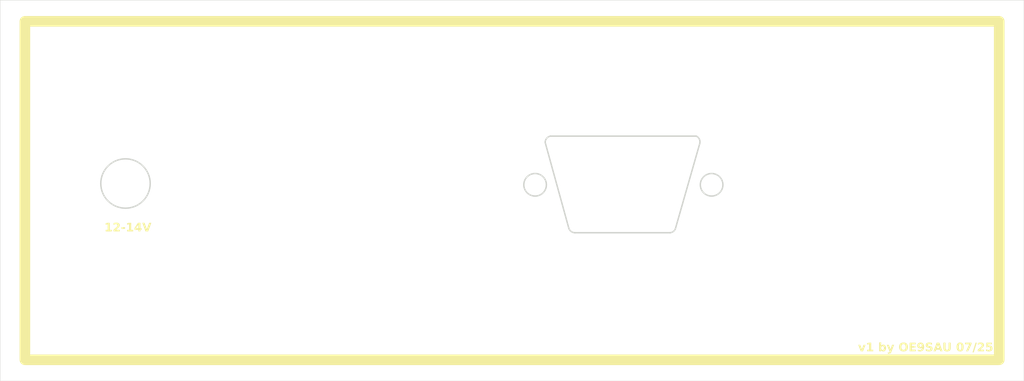
<source format=kicad_pcb>
(kicad_pcb
	(version 20240108)
	(generator "pcbnew")
	(generator_version "8.0")
	(general
		(thickness 1.6)
		(legacy_teardrops no)
	)
	(paper "A4")
	(layers
		(0 "F.Cu" signal)
		(31 "B.Cu" signal)
		(32 "B.Adhes" user "B.Adhesive")
		(33 "F.Adhes" user "F.Adhesive")
		(34 "B.Paste" user)
		(35 "F.Paste" user)
		(36 "B.SilkS" user "B.Silkscreen")
		(37 "F.SilkS" user "F.Silkscreen")
		(38 "B.Mask" user)
		(39 "F.Mask" user)
		(40 "Dwgs.User" user "User.Drawings")
		(41 "Cmts.User" user "User.Comments")
		(42 "Eco1.User" user "User.Eco1")
		(43 "Eco2.User" user "User.Eco2")
		(44 "Edge.Cuts" user)
		(45 "Margin" user)
		(46 "B.CrtYd" user "B.Courtyard")
		(47 "F.CrtYd" user "F.Courtyard")
		(48 "B.Fab" user)
		(49 "F.Fab" user)
		(50 "User.1" user)
		(51 "User.2" user)
		(52 "User.3" user)
		(53 "User.4" user)
		(54 "User.5" user)
		(55 "User.6" user)
		(56 "User.7" user)
		(57 "User.8" user)
		(58 "User.9" user)
	)
	(setup
		(pad_to_mask_clearance 0)
		(allow_soldermask_bridges_in_footprints no)
		(pcbplotparams
			(layerselection 0x00010fc_ffffffff)
			(plot_on_all_layers_selection 0x0000000_00000000)
			(disableapertmacros no)
			(usegerberextensions no)
			(usegerberattributes yes)
			(usegerberadvancedattributes yes)
			(creategerberjobfile yes)
			(dashed_line_dash_ratio 12.000000)
			(dashed_line_gap_ratio 3.000000)
			(svgprecision 4)
			(plotframeref no)
			(viasonmask no)
			(mode 1)
			(useauxorigin no)
			(hpglpennumber 1)
			(hpglpenspeed 20)
			(hpglpendiameter 15.000000)
			(pdf_front_fp_property_popups yes)
			(pdf_back_fp_property_popups yes)
			(dxfpolygonmode yes)
			(dxfimperialunits yes)
			(dxfusepcbnewfont yes)
			(psnegative no)
			(psa4output no)
			(plotreference yes)
			(plotvalue yes)
			(plotfptext yes)
			(plotinvisibletext no)
			(sketchpadsonfab no)
			(subtractmaskfromsilk no)
			(outputformat 1)
			(mirror no)
			(drillshape 0)
			(scaleselection 1)
			(outputdirectory "gerber/")
		)
	)
	(net 0 "")
	(gr_rect
		(start 78 67)
		(end 216 115)
		(stroke
			(width 1.5)
			(type default)
		)
		(fill none)
		(layer "F.SilkS")
		(uuid "12938533-49b3-4a20-b53f-d928450a1ee2")
	)
	(gr_line
		(start 155.915077 96.981428)
		(end 169.399997 96.981428)
		(stroke
			(width 0.2)
			(type default)
		)
		(layer "Edge.Cuts")
		(uuid "03727cbe-804c-4f4c-bc8f-dfdfb987f5f4")
	)
	(gr_circle
		(center 150.265077 90.181428)
		(end 151.865077 90.181428)
		(stroke
			(width 0.2)
			(type default)
		)
		(fill none)
		(layer "Edge.Cuts")
		(uuid "1b35b6be-6be5-457e-b9ef-1f6a50591c15")
	)
	(gr_circle
		(center 92.25 90)
		(end 95.75 90)
		(stroke
			(width 0.2)
			(type default)
		)
		(fill none)
		(layer "Edge.Cuts")
		(uuid "1d5f52a0-4932-477d-bc79-dc8d67fb0bbf")
	)
	(gr_line
		(start 155.015317 96.260347)
		(end 151.693121 84.181428)
		(stroke
			(width 0.2)
			(type default)
		)
		(layer "Edge.Cuts")
		(uuid "3c206b68-c7c7-4317-9417-ae49f2a398aa")
	)
	(gr_arc
		(start 155.915077 96.981428)
		(mid 155.338184 96.778637)
		(end 155.015317 96.260347)
		(stroke
			(width 0.2)
			(type default)
		)
		(layer "Edge.Cuts")
		(uuid "4bf677c4-1ef0-4a0f-859e-e13ba2428084")
	)
	(gr_arc
		(start 170.129995 96.429375)
		(mid 169.818285 96.820094)
		(end 169.399997 96.981428)
		(stroke
			(width 0.2)
			(type default)
		)
		(layer "Edge.Cuts")
		(uuid "636c505a-4d5b-4a75-ae92-76319c4eb907")
	)
	(gr_line
		(start 152.414866 83.281428)
		(end 173.1 83.281428)
		(stroke
			(width 0.2)
			(type default)
		)
		(layer "Edge.Cuts")
		(uuid "66059d10-3ae4-40ea-b49e-b09e713f7fee")
	)
	(gr_rect
		(start 74.5 64)
		(end 219.5 118)
		(stroke
			(width 0.05)
			(type default)
		)
		(fill none)
		(layer "Edge.Cuts")
		(uuid "94383205-a6ed-446a-88cf-432a8640379d")
	)
	(gr_circle
		(center 175.265077 90.181428)
		(end 176.865077 90.181428)
		(stroke
			(width 0.2)
			(type default)
		)
		(fill none)
		(layer "Edge.Cuts")
		(uuid "b2eb7015-c41e-4671-834a-28a3f58a2da0")
	)
	(gr_line
		(start 170.129995 96.429375)
		(end 173.568057 84.389479)
		(stroke
			(width 0.2)
			(type default)
		)
		(layer "Edge.Cuts")
		(uuid "be4d9b31-d6c6-428a-953e-c9e7de29bdd6")
	)
	(gr_arc
		(start 173.1 83.281428)
		(mid 173.542014 83.747617)
		(end 173.568162 84.389509)
		(stroke
			(width 0.2)
			(type default)
		)
		(layer "Edge.Cuts")
		(uuid "e4ee52be-d892-4b99-b25a-cba3af7fad7f")
	)
	(gr_arc
		(start 151.693121 84.181428)
		(mid 151.895913 83.604537)
		(end 152.414866 83.281428)
		(stroke
			(width 0.2)
			(type default)
		)
		(layer "Edge.Cuts")
		(uuid "ea49b759-6fb8-4f7a-a44c-b0c8ec32efc8")
	)
	(gr_text "v1 by OE9SAU 07/25"
		(at 196 114 0)
		(layer "F.SilkS")
		(uuid "58883702-a2ca-4501-95e8-9f72f191f4cc")
		(effects
			(font
				(face "Arial Black")
				(size 1.2 1.2)
				(thickness 0.2)
				(bold yes)
			)
			(justify left bottom)
		)
		(render_cache "v1 by OE9SAU 07/25" 0
			(polygon
				(pts
					(xy 196.001758 112.914381) (xy 196.351123 112.914381) (xy 196.521116 113.473013) (xy 196.696678 112.914381)
					(xy 197.035491 112.914381) (xy 196.663558 113.796) (xy 196.366071 113.796)
				)
			)
			(polygon
				(pts
					(xy 197.855854 112.576739) (xy 197.855854 113.796) (xy 197.516161 113.796) (xy 197.516161 112.997618)
					(xy 197.465202 113.035177) (xy 197.415274 113.067983) (xy 197.361543 113.098583) (xy 197.35672 113.10108)
					(xy 197.299119 113.127901) (xy 197.23876 113.151623) (xy 197.177928 113.172435) (xy 197.163572 113.17699)
					(xy 197.163572 112.895623) (xy 197.22517 112.874517) (xy 197.281368 112.851865) (xy 197.340108 112.823485)
					(xy 197.391499 112.793001) (xy 197.429699 112.765197) (xy 197.474469 112.724732) (xy 197.51411 112.679834)
					(xy 197.548621 112.630503) (xy 197.578004 112.576739)
				)
			)
			(polygon
				(pts
					(xy 199.147801 112.990291) (xy 199.194292 112.953346) (xy 199.246056 112.9256) (xy 199.261814 112.919363)
					(xy 199.320358 112.903134) (xy 199.379442 112.896202) (xy 199.403377 112.895623) (xy 199.470624 112.901148)
					(xy 199.532598 112.917726) (xy 199.589299 112.945355) (xy 199.640726 112.984036) (xy 199.667745 113.011101)
					(xy 199.703305 113.05795) (xy 199.731507 113.111887) (xy 199.752352 113.172915) (xy 199.76584 113.241031)
					(xy 199.771459 113.30321) (xy 199.772379 113.34288) (xy 199.770093 113.404213) (xy 199.761882 113.470323)
					(xy 199.747699 113.532184) (xy 199.727544 113.589795) (xy 199.724605 113.596697) (xy 199.694811 113.653975)
					(xy 199.659175 113.702488) (xy 199.612727 113.746114) (xy 199.592128 113.760535) (xy 199.537568 113.789129)
					(xy 199.479402 113.807132) (xy 199.41763 113.814546) (xy 199.404842 113.814757) (xy 199.345957 113.810636)
					(xy 199.285747 113.796739) (xy 199.243349 113.779879) (xy 199.193028 113.746941) (xy 199.146948 113.704241)
					(xy 199.122889 113.677884) (xy 199.122889 113.796) (xy 198.808988 113.796) (xy 198.808988 113.349621)
					(xy 199.145163 113.349621) (xy 199.14782 113.408569) (xy 199.15861 113.469993) (xy 199.182515 113.525717)
					(xy 199.187662 113.533096) (xy 199.232463 113.573699) (xy 199.291182 113.589608) (xy 199.295226 113.589663)
					(xy 199.353606 113.573947) (xy 199.39605 113.533976) (xy 199.422617 113.475963) (xy 199.433837 113.414288)
					(xy 199.437042 113.354273) (xy 199.437083 113.346104) (xy 199.433906 113.285545) (xy 199.421398 113.224815)
					(xy 199.396929 113.175232) (xy 199.352819 113.134346) (xy 199.300209 113.120717) (xy 199.24145 113.13321)
					(xy 199.193769 113.170691) (xy 199.188248 113.177577) (xy 199.160352 113.23326) (xy 199.147856 113.295564)
					(xy 199.145163 113.349621) (xy 198.808988 113.349621) (xy 198.808988 112.595497) (xy 199.147801 112.595497)
				)
			)
			(polygon
				(pts
					(xy 199.829532 112.914381) (xy 200.183879 112.914381) (xy 200.364424 113.501443) (xy 200.531779 112.914381)
					(xy 200.862386 112.914381) (xy 200.515366 113.856376) (xy 200.492982 113.912839) (xy 200.466685 113.969465)
					(xy 200.436392 114.021988) (xy 200.398164 114.069352) (xy 200.394319 114.072971) (xy 200.344805 114.107721)
					(xy 200.283897 114.132542) (xy 200.221256 114.146116) (xy 200.16062 114.151701) (xy 200.127899 114.152399)
					(xy 200.068743 114.150113) (xy 200.006381 114.144842) (xy 199.940398 114.137588) (xy 199.903684 114.133055)
					(xy 199.877306 113.902978) (xy 199.938883 113.918728) (xy 200.000617 113.92614) (xy 200.038799 113.927304)
					(xy 200.098501 113.918587) (xy 200.134933 113.899754) (xy 200.174513 113.851642) (xy 200.197069 113.800982)
				)
			)
			(polygon
				(pts
					(xy 202.185657 112.579249) (xy 202.25457 112.586778) (xy 202.31916 112.599326) (xy 202.379427 112.616893)
					(xy 202.435371 112.639479) (xy 202.499222 112.67477) (xy 202.556317 112.717904) (xy 202.577264 112.737353)
					(xy 202.624295 112.790595) (xy 202.663354 112.850119) (xy 202.694442 112.915926) (xy 202.713573 112.973095)
					(xy 202.727602 113.034284) (xy 202.73653 113.099495) (xy 202.740356 113.168726) (xy 202.740516 113.186662)
					(xy 202.73877 113.250403) (xy 202.733532 113.310465) (xy 202.722637 113.377685) (xy 202.706714 113.439608)
					(xy 202.685763 113.496236) (xy 202.669002 113.531045) (xy 202.634799 113.586926) (xy 202.594509 113.637113)
					(xy 202.548133 113.681606) (xy 202.49567 113.720405) (xy 202.462958 113.740019) (xy 202.400918 113.769141)
					(xy 202.342673 113.788409) (xy 202.27975 113.802423) (xy 202.212149 113.811181) (xy 202.152241 113.814465)
					(xy 202.127369 113.814757) (xy 202.065163 113.813183) (xy 202.006405 113.80846) (xy 201.94045 113.798637)
					(xy 201.87946 113.78428) (xy 201.823437 113.76539) (xy 201.788848 113.750277) (xy 201.732674 113.718477)
					(xy 201.681353 113.679496) (xy 201.634885 113.633334) (xy 201.593269 113.579991) (xy 201.571667 113.546286)
					(xy 201.543379 113.491396) (xy 201.520944 113.431582) (xy 201.504362 113.366842) (xy 201.493632 113.297176)
					(xy 201.489161 113.235359) (xy 201.488429 113.196628) (xy 201.861828 113.196628) (xy 201.864218 113.260447)
					(xy 201.87305 113.325917) (xy 201.891112 113.388891) (xy 201.921591 113.444628) (xy 201.929825 113.454841)
					(xy 201.977103 113.496263) (xy 202.033941 113.522344) (xy 202.093269 113.532699) (xy 202.114766 113.53339)
					(xy 202.178213 113.527315) (xy 202.238594 113.506318) (xy 202.288328 113.470323) (xy 202.301172 113.4566)
					(xy 202.33305 113.403596) (xy 202.352627 113.340288) (xy 202.362996 113.272392) (xy 202.36686 113.204907)
					(xy 202.367117 113.180508) (xy 202.364696 113.120813) (xy 202.35575 113.059192) (xy 202.337455 112.999346)
					(xy 202.306581 112.945508) (xy 202.298241 112.935483) (xy 202.250413 112.894679) (xy 202.193026 112.868988)
					(xy 202.133203 112.858787) (xy 202.111542 112.858107) (xy 202.05157 112.86432) (xy 201.993146 112.885798)
					(xy 201.943366 112.922618) (xy 201.930118 112.936655) (xy 201.897107 112.988977) (xy 201.876833 113.049147)
					(xy 201.866096 113.112345) (xy 201.862095 113.174351) (xy 201.861828 113.196628) (xy 201.488429 113.196628)
					(xy 201.491003 113.125383) (xy 201.498724 113.058197) (xy 201.511593 112.995068) (xy 201.529609 112.935996)
					(xy 201.552772 112.880982) (xy 201.588965 112.81792) (xy 201.6332 112.761198) (xy 201.653147 112.740284)
					(xy 201.707868 112.693169) (xy 201.768901 112.65404) (xy 201.822271 112.628486) (xy 201.87968 112.608043)
					(xy 201.941129 112.59271) (xy 202.006616 112.582489) (xy 202.076143 112.577378) (xy 202.112421 112.576739)
				)
			)
			(polygon
				(pts
					(xy 202.933077 112.595497) (xy 203.933691 112.595497) (xy 203.933691 112.876865) (xy 203.307355 112.876865)
					(xy 203.307355 113.045685) (xy 203.888555 113.045685) (xy 203.888555 113.289538) (xy 203.307355 113.289538)
					(xy 203.307355 113.514632) (xy 203.951863 113.514632) (xy 203.951863 113.796) (xy 202.933077 113.796)
				)
			)
			(polygon
				(pts
					(xy 204.610589 112.578913) (xy 204.67105 112.585436) (xy 204.735205 112.598541) (xy 204.792489 112.617565)
					(xy 204.83612 112.638581) (xy 204.888162 112.673899) (xy 204.934672 112.718302) (xy 204.97083 112.764609)
					(xy 205.002752 112.817871) (xy 205.011095 112.834367) (xy 205.036676 112.897232) (xy 205.053603 112.957703)
					(xy 205.065912 113.024253) (xy 205.072644 113.084355) (xy 205.076171 113.148679) (xy 205.076748 113.1893)
					(xy 205.075537 113.248555) (xy 205.070156 113.322817) (xy 205.06047 113.391657) (xy 205.04648 113.455075)
					(xy 205.028184 113.51307) (xy 204.999262 113.577939) (xy 204.963613 113.634337) (xy 204.938995 113.664108)
					(xy 204.893434 113.707508) (xy 204.842664 113.743552) (xy 204.786684 113.77224) (xy 204.725496 113.793572)
					(xy 204.659098 113.807549) (xy 204.587491 113.814169) (xy 204.55739 113.814757) (xy 204.497219 113.813116)
					(xy 204.435596 113.807223) (xy 204.37538 113.795468) (xy 204.329951 113.780466) (xy 204.276015 113.752948)
					(xy 204.228659 113.71795) (xy 204.191318 113.679642) (xy 204.156449 113.63019) (xy 204.127607 113.57291)
					(xy 204.106615 113.514046) (xy 204.440446 113.477116) (xy 204.459588 113.532566) (xy 204.484996 113.564457)
					(xy 204.539786 113.588088) (xy 204.561493 113.589663) (xy 204.621317 113.576216) (xy 204.669339 113.535874)
					(xy 204.687522 113.508184) (xy 204.708318 113.451014) (xy 204.720962 113.389511) (xy 204.730312 113.321931)
					(xy 204.737055 113.25378) (xy 204.695331 113.295699) (xy 204.648867 113.33179) (xy 204.61337 113.352259)
					(xy 204.554161 113.373497) (xy 204.49235 113.382568) (xy 204.466824 113.383327) (xy 204.407717 113.37937)
					(xy 204.343265 113.364752) (xy 204.283665 113.339363) (xy 204.228918 113.303203) (xy 204.192784 113.27078)
					(xy 204.149273 113.218693) (xy 204.116448 113.160913) (xy 204.094311 113.097438) (xy 204.083842 113.038499)
					(xy 204.081116 112.986188) (xy 204.081771 112.976809) (xy 204.4 112.976809) (xy 204.406429 113.037122)
					(xy 204.430183 113.092692) (xy 204.445722 113.111631) (xy 204.497159 113.146582) (xy 204.555763 113.158187)
					(xy 204.560027 113.158233) (xy 204.621031 113.148315) (xy 204.671603 113.118562) (xy 204.677557 113.113096)
					(xy 204.711427 113.062216) (xy 204.724007 113.004263) (xy 204.724745 112.983843) (xy 204.717779 112.925069)
					(xy 204.692046 112.869627) (xy 204.675212 112.850193) (xy 204.624285 112.815482) (xy 204.563826 112.802022)
					(xy 204.555045 112.801833) (xy 204.493862 112.812751) (xy 204.443963 112.845504) (xy 204.412407 112.896105)
					(xy 204.400686 112.955587) (xy 204.4 112.976809) (xy 204.081771 112.976809) (xy 204.085614 112.921747)
					(xy 204.099107 112.860644) (xy 204.121595 112.80288) (xy 204.137976 112.772231) (xy 204.173344 112.721582)
					(xy 204.215482 112.678444) (xy 204.26439 112.642818) (xy 204.294487 112.626272) (xy 204.354716 112.602328)
					(xy 204.414988 112.587623) (xy 204.481597 112.579109) (xy 204.54508 112.576739)
				)
			)
			(polygon
				(pts
					(xy 205.200725 113.387723) (xy 205.555952 113.364569) (xy 205.567905 113.425857) (xy 205.590393 113.482253)
					(xy 205.602847 113.501443) (xy 205.648395 113.544661) (xy 205.70565 113.56994) (xy 205.767857 113.577353)
					(xy 205.826774 113.571258) (xy 205.882553 113.547023) (xy 205.890956 113.540424) (xy 205.927174 113.492334)
					(xy 205.934333 113.454548) (xy 205.916535 113.39806) (xy 205.893007 113.371896) (xy 205.841674 113.342806)
					(xy 205.785053 113.323461) (xy 205.720244 113.306809) (xy 205.701912 113.302727) (xy 205.642707 113.288603)
					(xy 205.574884 113.269352) (xy 205.51393 113.248326) (xy 205.459846 113.225526) (xy 205.404012 113.195823)
					(xy 205.351374 113.157939) (xy 205.310261 113.115933) (xy 205.27564 113.062087) (xy 205.254208 113.002012)
					(xy 205.245964 112.935709) (xy 205.245861 112.926983) (xy 205.252234 112.864723) (xy 205.271351 112.804887)
					(xy 205.29979 112.752594) (xy 205.338819 112.704738) (xy 205.388496 112.663751) (xy 205.442309 112.632736)
					(xy 205.462163 112.623634) (xy 205.521404 112.603117) (xy 205.581474 112.589974) (xy 205.649231 112.581319)
					(xy 205.713425 112.577472) (xy 205.759357 112.576739) (xy 205.829108 112.578814) (xy 205.893464 112.58504)
					(xy 205.952424 112.595415) (xy 206.016055 112.613344) (xy 206.071916 112.637249) (xy 206.112533 112.661736)
					(xy 206.161035 112.703718) (xy 206.200112 112.755294) (xy 206.229765 112.816462) (xy 206.24768 112.876528)
					(xy 206.25732 112.931966) (xy 205.905317 112.951896) (xy 205.888807 112.895138) (xy 205.854543 112.844671)
					(xy 205.846406 112.837591) (xy 205.79299 112.810773) (xy 205.732186 112.801973) (xy 205.722428 112.801833)
					(xy 205.662311 112.809526) (xy 205.624242 112.829091) (xy 205.592987 112.878836) (xy 205.591416 112.89533)
					(xy 205.618674 112.946621) (xy 205.675519 112.973328) (xy 205.737721 112.989024) (xy 205.743824 112.990291)
					(xy 205.802836 113.003288) (xy 205.870496 113.019611) (xy 205.931372 113.03602) (xy 205.99547 113.055825)
					(xy 206.057905 113.079086) (xy 206.094361 113.095804) (xy 206.149451 113.12785) (xy 206.199895 113.168241)
					(xy 206.239004 113.21367) (xy 206.248527 113.228281) (xy 206.27606 113.284903) (xy 206.292164 113.345958)
					(xy 206.296887 113.405309) (xy 206.291787 113.468544) (xy 206.276485 113.528998) (xy 206.250983 113.586669)
					(xy 206.232407 113.617507) (xy 206.192245 113.668367) (xy 206.143968 113.711809) (xy 206.094243 113.744196)
					(xy 206.052742 113.764639) (xy 205.991376 113.786566) (xy 205.93149 113.800613) (xy 205.865825 113.809863)
					(xy 205.804942 113.813974) (xy 205.761995 113.814757) (xy 205.687875 113.812875) (xy 205.619681 113.807229)
					(xy 205.557413 113.797818) (xy 205.487911 113.78076) (xy 205.427668 113.757821) (xy 205.3676 113.72253)
					(xy 205.334961 113.694297) (xy 205.294075 113.646727) (xy 205.260443 113.594582) (xy 205.234064 113.537862)
					(xy 205.21494 113.476566) (xy 205.20307 113.410696)
				)
			)
			(polygon
				(pts
					(xy 207.671486 113.796) (xy 207.280795 113.796) (xy 207.221591 113.589663) (xy 206.796315 113.589663)
					(xy 206.737697 113.796) (xy 206.356092 113.796) (xy 206.533435 113.327053) (xy 206.876915 113.327053)
					(xy 207.143335 113.327053) (xy 207.009685 112.902071) (xy 206.876915 113.327053) (xy 206.533435 113.327053)
					(xy 206.81009 112.595497) (xy 207.217487 112.595497)
				)
			)
			(polygon
				(pts
					(xy 208.512951 112.595497) (xy 208.885471 112.595497) (xy 208.885471 113.309761) (xy 208.882828 113.368514)
					(xy 208.873691 113.43162) (xy 208.858029 113.492437) (xy 208.852058 113.510235) (xy 208.827483 113.56693)
					(xy 208.795524 113.619046) (xy 208.756179 113.666581) (xy 208.747424 113.675539) (xy 208.702224 113.715564)
					(xy 208.650917 113.750071) (xy 208.597948 113.774604) (xy 208.540722 113.792171) (xy 208.478073 113.804719)
					(xy 208.418808 113.811581) (xy 208.355392 113.814601) (xy 208.33651 113.814757) (xy 208.273954 113.813303)
					(xy 208.213779 113.809456) (xy 208.150455 113.803205) (xy 208.143949 113.802448) (xy 208.08224 113.792407)
					(xy 208.022029 113.77594) (xy 207.969853 113.753794) (xy 207.918965 113.72225) (xy 207.871374 113.682133)
					(xy 207.841479 113.650626) (xy 207.805911 113.603998) (xy 207.776984 113.552024) (xy 207.762051 113.512287)
					(xy 207.745333 113.450053) (xy 207.734086 113.391947) (xy 207.728007 113.332224) (xy 207.727466 113.309761)
					(xy 207.727466 112.595497) (xy 208.099986 112.595497) (xy 208.099986 113.325295) (xy 208.106462 113.387539)
					(xy 208.128299 113.443909) (xy 208.154794 113.478288) (xy 208.206339 113.513964) (xy 208.26637 113.530753)
					(xy 208.306908 113.53339) (xy 208.368284 113.526983) (xy 208.424022 113.505378) (xy 208.458143 113.479168)
					(xy 208.493629 113.427615) (xy 208.510329 113.366718) (xy 208.512951 113.325295)
				)
			)
			(polygon
				(pts
					(xy 210.19829 112.579104) (xy 210.25651 112.586198) (xy 210.318285 112.601292) (xy 210.333342 112.606635)
					(xy 210.388132 112.631392) (xy 210.438185 112.663979) (xy 210.46113 112.684011) (xy 210.50293 112.729893)
					(xy 210.537295 112.781249) (xy 210.539092 112.784541) (xy 210.564958 112.841621) (xy 210.582901 112.898658)
					(xy 210.585108 112.907346) (xy 210.598241 112.966493) (xy 210.608149 113.026734) (xy 210.61483 113.088069)
					(xy 210.618287 113.150498) (xy 210.618813 113.186662) (xy 210.617834 113.246237) (xy 210.613484 113.320893)
					(xy 210.605653 113.39009) (xy 210.594341 113.453828) (xy 210.579549 113.512107) (xy 210.556165 113.57728)
					(xy 210.527342 113.633923) (xy 210.507438 113.663815) (xy 210.460026 113.715112) (xy 210.411889 113.749752)
					(xy 210.35591 113.777022) (xy 210.292088 113.796921) (xy 210.220424 113.809451) (xy 210.157446 113.814168)
					(xy 210.124075 113.814757) (xy 210.060188 113.812457) (xy 210.001882 113.805557) (xy 209.942082 113.792038)
					(xy 209.883522 113.769648) (xy 209.877585 113.76669) (xy 209.827353 113.735964) (xy 209.7825 113.698189)
					(xy 209.743025 113.653367) (xy 209.723419 113.62542) (xy 209.693386 113.568941) (xy 209.672515 113.511484)
					(xy 209.656961 113.451698) (xy 209.655422 113.444583) (xy 209.644779 113.385635) (xy 209.637177 113.323683)
					(xy 209.632616 113.258726) (xy 209.631119 113.199425) (xy 209.631106 113.194576) (xy 209.96434 113.194576)
					(xy 209.965335 113.262306) (xy 209.968319 113.322981) (xy 209.974525 113.386478) (xy 209.985386 113.447716)
					(xy 210.00508 113.506132) (xy 210.040828 113.557034) (xy 210.095661 113.586727) (xy 210.123489 113.589663)
					(xy 210.18197 113.57581) (xy 210.212002 113.554199) (xy 210.246238 113.504938) (xy 210.265985 113.446979)
					(xy 210.267103 113.442238) (xy 210.277282 113.379499) (xy 210.282468 113.313072) (xy 210.284546 113.252014)
					(xy 210.284982 113.203369) (xy 210.283987 113.132895) (xy 210.281004 113.070035) (xy 210.274797 113.004653)
					(xy 210.263936 112.94223) (xy 210.244242 112.883899) (xy 210.207917 112.83389) (xy 210.155542 112.80576)
					(xy 210.12173 112.801833) (xy 210.061694 112.815619) (xy 210.016846 112.856977) (xy 210.00127 112.885364)
					(xy 209.983418 112.943595) (xy 209.973572 113.004433) (xy 209.967946 113.067407) (xy 209.965242 113.127521)
					(xy 209.96434 113.194576) (xy 209.631106 113.194576) (xy 209.631095 113.190766) (xy 209.632185 113.128599)
					(xy 209.635454 113.070034) (xy 209.643202 112.997549) (xy 209.654825 112.931466) (xy 209.670322 112.871785)
					(xy 209.695142 112.806187) (xy 209.726016 112.750593) (xy 209.755073 112.71332) (xy 209.806229 112.666904)
					(xy 209.855817 112.63556) (xy 209.91173 112.610884) (xy 209.973969 112.592878) (xy 210.042534 112.581541)
					(xy 210.10194 112.577273) (xy 210.133161 112.576739)
				)
			)
			(polygon
				(pts
					(xy 210.756566 112.595497) (xy 211.736664 112.595497) (xy 211.736664 112.820298) (xy 211.690227 112.863942)
					(xy 211.646758 112.908926) (xy 211.606256 112.95525) (xy 211.568722 113.002912) (xy 211.534156 113.051915)
					(xy 211.523293 113.068547) (xy 211.491929 113.120105) (xy 211.462683 113.173481) (xy 211.435555 113.228675)
					(xy 211.410545 113.285686) (xy 211.387653 113.344515) (xy 211.366879 113.405161) (xy 211.359162 113.429928)
					(xy 211.342349 113.489949) (xy 211.327742 113.553947) (xy 211.315339 113.621923) (xy 211.306688 113.681607)
					(xy 211.299568 113.744054) (xy 211.294975 113.796) (xy 210.960265 113.796) (xy 210.970862 113.723991)
					(xy 210.982869 113.654949) (xy 210.996287 113.588875) (xy 211.011116 113.525769) (xy 211.027355 113.465631)
					(xy 211.045005 113.408459) (xy 211.06905 113.341169) (xy 211.084535 113.30302) (xy 211.113508 113.240065)
					(xy 211.147304 113.175765) (xy 211.177813 113.123357) (xy 211.211409 113.070088) (xy 211.248091 113.015957)
					(xy 211.28786 112.960966) (xy 211.330715 112.905114) (xy 211.3533 112.876865) (xy 210.756566 112.876865)
				)
			)
			(polygon
				(pts
					(xy 212.103614 112.576739) (xy 212.275073 112.576739) (xy 211.971723 113.814757) (xy 211.802023 113.814757)
				)
			)
			(polygon
				(pts
					(xy 213.319651 113.796) (xy 212.312295 113.796) (xy 212.323227 113.730818) (xy 212.34089 113.667347)
					(xy 212.365285 113.605588) (xy 212.396413 113.545539) (xy 212.417222 113.511994) (xy 212.455594 113.460491)
					(xy 212.49582 113.415289) (xy 212.543545 113.368013) (xy 212.587124 113.328697) (xy 212.635502 113.288054)
					(xy 212.68868 113.246082) (xy 212.746657 113.202782) (xy 212.7983 113.16417) (xy 212.849071 113.123758)
					(xy 212.894591 113.083687) (xy 212.935408 113.039237) (xy 212.96507 112.988044) (xy 212.976734 112.933138)
					(xy 212.962371 112.874085) (xy 212.935994 112.840228) (xy 212.883485 112.809182) (xy 212.833412 112.801833)
					(xy 212.774867 112.812238) (xy 212.728192 112.843452) (xy 212.695859 112.896106) (xy 212.678432 112.95826)
					(xy 212.673384 112.989412) (xy 212.336915 112.961568) (xy 212.347205 112.902622) (xy 212.362812 112.84257)
					(xy 212.385275 112.78434) (xy 212.409602 112.74087) (xy 212.446782 112.694863) (xy 212.492377 112.656126)
					(xy 212.546387 112.624659) (xy 212.558199 112.619237) (xy 212.618117 112.598694) (xy 212.681186 112.586077)
					(xy 212.743946 112.579395) (xy 212.803365 112.576905) (xy 212.824326 112.576739) (xy 212.88795 112.578141)
					(xy 212.955197 112.583318) (xy 213.014927 112.59231) (xy 213.073985 112.607257) (xy 213.099832 112.6166)
					(xy 213.157414 112.645479) (xy 213.206696 112.68266) (xy 213.247677 112.72814) (xy 213.254877 112.738233)
					(xy 213.284707 112.79147) (xy 213.303489 112.8486) (xy 213.311223 112.909622) (xy 213.311444 112.922294)
					(xy 213.30632 112.982387) (xy 213.290949 113.040996) (xy 213.265331 113.098121) (xy 213.246671 113.129217)
					(xy 213.207671 113.179811) (xy 213.162698 113.226065) (xy 213.116089 113.267185) (xy 213.062041 113.309665)
					(xy 213.011318 113.346104) (xy 212.959585 113.381578) (xy 212.910774 113.416057) (xy 212.875617 113.442531)
					(xy 212.830904 113.48124) (xy 212.79531 113.514632) (xy 213.319651 113.514632)
				)
			)
			(polygon
				(pts
					(xy 213.592519 112.595497) (xy 214.389727 112.595497) (xy 214.389727 112.876865) (xy 213.849853 112.876865)
					(xy 213.820837 113.046565) (xy 213.876524 113.021505) (xy 213.931625 113.003773) (xy 213.989528 112.992568)
					(xy 214.040069 112.989412) (xy 214.105692 112.993235) (xy 214.166492 113.004703) (xy 214.222471 113.023817)
					(xy 214.281684 113.05578) (xy 214.334333 113.098149) (xy 214.378415 113.148414) (xy 214.41167 113.204065)
					(xy 214.434098 113.265101) (xy 214.445699 113.331523) (xy 214.447466 113.371896) (xy 214.442853 113.436464)
					(xy 214.429012 113.499594) (xy 214.405944 113.561286) (xy 214.389141 113.594939) (xy 214.357084 113.645277)
					(xy 214.313751 113.694376) (xy 214.26272 113.735499) (xy 214.224424 113.758484) (xy 214.167344 113.783103)
					(xy 214.102791 113.800689) (xy 214.040176 113.810306) (xy 213.971839 113.814538) (xy 213.951263 113.814757)
					(xy 213.886687 113.812926) (xy 213.827491 113.807431) (xy 213.768025 113.79703) (xy 213.746099 113.791603)
					(xy 213.690475 113.772983) (xy 213.636668 113.746509) (xy 213.601018 113.722434) (xy 213.556353 113.683063)
					(xy 213.516474 113.636228) (xy 213.504298 113.618386) (xy 213.476135 113.566256) (xy 213.45383 113.509722)
					(xy 213.442456 113.473013) (xy 213.782149 113.4396) (xy 213.799259 113.497239) (xy 213.834339 113.546625)
					(xy 213.839888 113.551561) (xy 213.893037 113.581291) (xy 213.948039 113.589663) (xy 214.008364 113.57923)
					(xy 214.057999 113.547932) (xy 214.06381 113.542182) (xy 214.095065 113.491717) (xy 214.107925 113.434262)
					(xy 214.109532 113.400619) (xy 214.10406 113.340421) (xy 214.083483 113.284995) (xy 214.063224 113.259349)
					(xy 214.013322 113.227162) (xy 213.954546 113.2149) (xy 213.940418 113.214506) (xy 213.880861 113.222864)
					(xy 213.846336 113.235902) (xy 213.796805 113.269036) (xy 213.772184 113.291882) (xy 213.48642 113.254953)
				)
			)
		)
	)
	(gr_text "12-14V\n"
		(at 89.25 97 0)
		(layer "F.SilkS")
		(uuid "f724ce73-3e71-47e2-a032-d24f2e0d2f37")
		(effects
			(font
				(face "Arial Black")
				(size 1.2 1.2)
				(thickness 0.2)
				(bold yes)
			)
			(justify left bottom)
		)
		(render_cache "12-14V\n" 0
			(polygon
				(pts
					(xy 90.080034 95.576739) (xy 90.080034 96.796) (xy 89.740341 96.796) (xy 89.740341 95.997618) (xy 89.689382 96.035177)
					(xy 89.639454 96.067983) (xy 89.585723 96.098583) (xy 89.5809 96.10108) (xy 89.523299 96.127901)
					(xy 89.46294 96.151623) (xy 89.402108 96.172435) (xy 89.387752 96.17699) (xy 89.387752 95.895623)
					(xy 89.44935 95.874517) (xy 89.505548 95.851865) (xy 89.564288 95.823485) (xy 89.615679 95.793001)
					(xy 89.653879 95.765197) (xy 89.698649 95.724732) (xy 89.73829 95.679834) (xy 89.772801 95.630503)
					(xy 89.802184 95.576739)
				)
			)
			(polygon
				(pts
					(xy 91.421514 96.796) (xy 90.414159 96.796) (xy 90.42509 96.730818) (xy 90.442753 96.667347) (xy 90.467149 96.605588)
					(xy 90.498276 96.545539) (xy 90.519085 96.511994) (xy 90.557457 96.460491) (xy 90.597683 96.415289)
					(xy 90.645408 96.368013) (xy 90.688987 96.328697) (xy 90.737365 96.288054) (xy 90.790543 96.246082)
					(xy 90.84852 96.202782) (xy 90.900164 96.16417) (xy 90.950934 96.123758) (xy 90.996455 96.083687)
					(xy 91.037271 96.039237) (xy 91.066934 95.988044) (xy 91.078597 95.933138) (xy 91.064235 95.874085)
					(xy 91.037857 95.840228) (xy 90.985348 95.809182) (xy 90.935275 95.801833) (xy 90.87673 95.812238)
					(xy 90.830055 95.843452) (xy 90.797722 95.896106) (xy 90.780295 95.95826) (xy 90.775247 95.989412)
					(xy 90.438778 95.961568) (xy 90.449069 95.902622) (xy 90.464676 95.84257) (xy 90.487138 95.78434)
					(xy 90.511465 95.74087) (xy 90.548645 95.694863) (xy 90.59424 95.656126) (xy 90.64825 95.624659)
					(xy 90.660062 95.619237) (xy 90.71998 95.598694) (xy 90.78305 95.586077) (xy 90.845809 95.579395)
					(xy 90.905229 95.576905) (xy 90.926189 95.576739) (xy 90.989813 95.578141) (xy 91.05706 95.583318)
					(xy 91.11679 95.59231) (xy 91.175848 95.607257) (xy 91.201695 95.6166) (xy 91.259277 95.645479)
					(xy 91.308559 95.68266) (xy 91.34954 95.72814) (xy 91.356741 95.738233) (xy 91.386571 95.79147)
					(xy 91.405353 95.8486) (xy 91.413086 95.909622) (xy 91.413307 95.922294) (xy 91.408184 95.982387)
					(xy 91.392813 96.040996) (xy 91.367194 96.098121) (xy 91.348534 96.129217) (xy 91.309535 96.179811)
					(xy 91.264561 96.226065) (xy 91.217952 96.267185) (xy 91.163904 96.309665) (xy 91.113182 96.346104)
					(xy 91.061448 96.381578) (xy 91.012638 96.416057) (xy 90.97748 96.442531) (xy 90.932767 96.48124)
					(xy 90.897173 96.514632) (xy 91.421514 96.514632)
				)
			)
			(polygon
				(pts
					(xy 91.526441 96.214506) (xy 92.014438 96.214506) (xy 92.014438 96.477116) (xy 91.526441 96.477116)
				)
			)
			(polygon
				(pts
					(xy 92.878471 95.576739) (xy 92.878471 96.796) (xy 92.538778 96.796) (xy 92.538778 95.997618) (xy 92.487819 96.035177)
					(xy 92.437891 96.067983) (xy 92.384159 96.098583) (xy 92.379337 96.10108) (xy 92.321736 96.127901)
					(xy 92.261377 96.151623) (xy 92.200545 96.172435) (xy 92.186189 96.17699) (xy 92.186189 95.895623)
					(xy 92.247787 95.874517) (xy 92.303985 95.851865) (xy 92.362725 95.823485) (xy 92.414116 95.793001)
					(xy 92.452316 95.765197) (xy 92.497086 95.724732) (xy 92.536727 95.679834) (xy 92.571238 95.630503)
					(xy 92.600621 95.576739)
				)
			)
			(polygon
				(pts
					(xy 94.106817 96.308295) (xy 94.258639 96.308295) (xy 94.258639 96.589663) (xy 94.106817 96.589663)
					(xy 94.106817 96.796) (xy 93.814312 96.796) (xy 93.814312 96.589663) (xy 93.20263 96.589663) (xy 93.20263 96.310933)
					(xy 93.204828 96.308295) (xy 93.491325 96.308295) (xy 93.814312 96.308295) (xy 93.814312 95.929914)
					(xy 93.491325 96.308295) (xy 93.204828 96.308295) (xy 93.814312 95.576739) (xy 94.106817 95.576739)
				)
			)
			(polygon
				(pts
					(xy 94.291758 95.595497) (xy 94.682449 95.595497) (xy 94.954438 96.459531) (xy 95.222323 95.595497)
					(xy 95.601584 95.595497) (xy 95.153154 96.796) (xy 94.748394 96.796)
				)
			)
		)
	)
)

</source>
